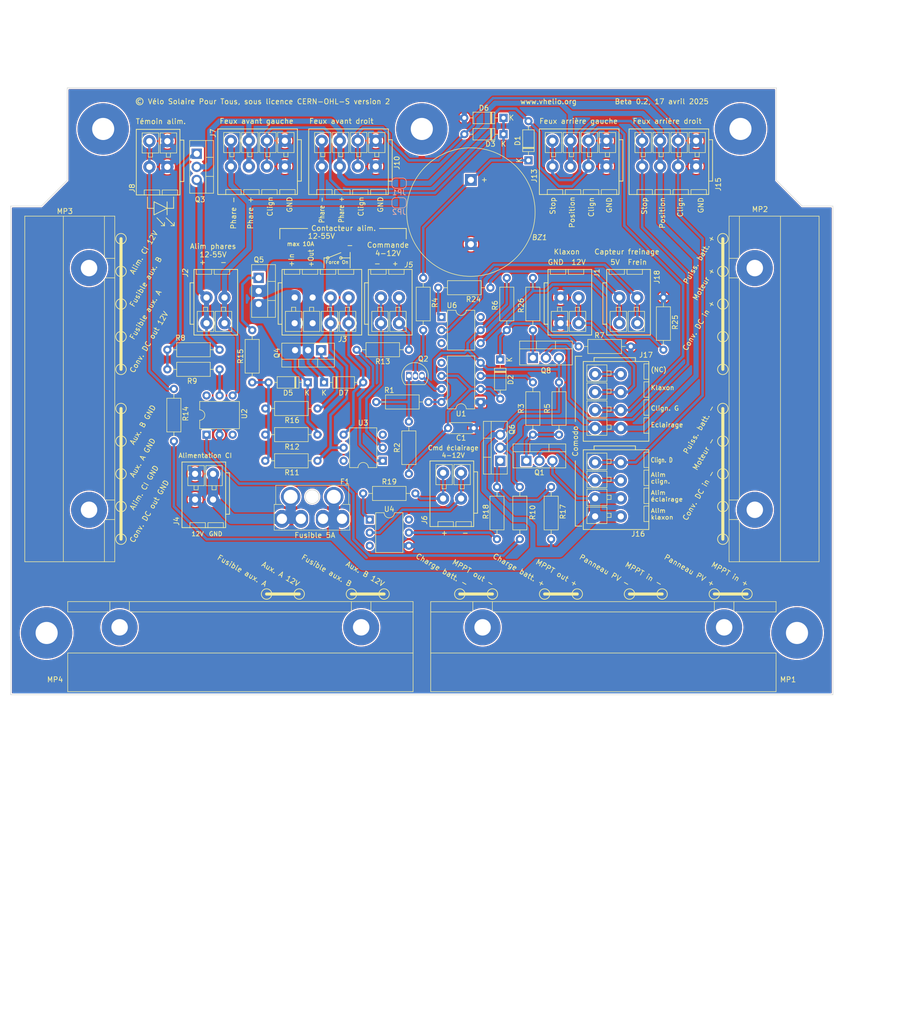
<source format=kicad_pcb>
(kicad_pcb (version 20211014) (generator pcbnew)

  (general
    (thickness 1.6)
  )

  (paper "A4")
  (layers
    (0 "F.Cu" signal)
    (31 "B.Cu" signal)
    (32 "B.Adhes" user "B.Adhesive")
    (33 "F.Adhes" user "F.Adhesive")
    (34 "B.Paste" user)
    (35 "F.Paste" user)
    (36 "B.SilkS" user "B.Silkscreen")
    (37 "F.SilkS" user "F.Silkscreen")
    (38 "B.Mask" user)
    (39 "F.Mask" user)
    (40 "Dwgs.User" user "User.Drawings")
    (41 "Cmts.User" user "User.Comments")
    (42 "Eco1.User" user "User.Eco1")
    (43 "Eco2.User" user "User.Eco2")
    (44 "Edge.Cuts" user)
    (45 "Margin" user)
    (46 "B.CrtYd" user "B.Courtyard")
    (47 "F.CrtYd" user "F.Courtyard")
    (48 "B.Fab" user)
    (49 "F.Fab" user)
    (50 "User.1" user)
    (51 "User.2" user)
    (52 "User.3" user)
    (53 "User.4" user)
    (54 "User.5" user)
    (55 "User.6" user)
    (56 "User.7" user)
    (57 "User.8" user)
    (58 "User.9" user)
  )

  (setup
    (stackup
      (layer "F.SilkS" (type "Top Silk Screen"))
      (layer "F.Paste" (type "Top Solder Paste"))
      (layer "F.Mask" (type "Top Solder Mask") (thickness 0.01))
      (layer "F.Cu" (type "copper") (thickness 0.035))
      (layer "dielectric 1" (type "core") (thickness 1.51) (material "FR4") (epsilon_r 4.5) (loss_tangent 0.02))
      (layer "B.Cu" (type "copper") (thickness 0.035))
      (layer "B.Mask" (type "Bottom Solder Mask") (thickness 0.01))
      (layer "B.Paste" (type "Bottom Solder Paste"))
      (layer "B.SilkS" (type "Bottom Silk Screen"))
      (copper_finish "None")
      (dielectric_constraints no)
    )
    (pad_to_mask_clearance 0)
    (pcbplotparams
      (layerselection 0x00010e0_ffffffff)
      (disableapertmacros false)
      (usegerberextensions false)
      (usegerberattributes true)
      (usegerberadvancedattributes true)
      (creategerberjobfile true)
      (svguseinch false)
      (svgprecision 6)
      (excludeedgelayer true)
      (plotframeref false)
      (viasonmask false)
      (mode 1)
      (useauxorigin false)
      (hpglpennumber 1)
      (hpglpenspeed 20)
      (hpglpendiameter 15.000000)
      (dxfpolygonmode true)
      (dxfimperialunits true)
      (dxfusepcbnewfont true)
      (psnegative false)
      (psa4output false)
      (plotreference true)
      (plotvalue true)
      (plotinvisibletext false)
      (sketchpadsonfab false)
      (subtractmaskfromsilk false)
      (outputformat 1)
      (mirror false)
      (drillshape 0)
      (scaleselection 1)
      (outputdirectory "")
    )
  )

  (net 0 "")
  (net 1 "GND")
  (net 2 "Net-(F1-Pad2)")
  (net 3 "Net-(D1-Pad2)")
  (net 4 "Net-(D3-Pad2)")
  (net 5 "/Phares")
  (net 6 "Net-(J1-Pad2)")
  (net 7 "/Flasher/Out")
  (net 8 "unconnected-(J17-Pad1)")
  (net 9 "/12V_5A")
  (net 10 "/Flasher/Enable")
  (net 11 "/Contacteur Phares/Input")
  (net 12 "/Contacteur Phares/GND")
  (net 13 "/Contacteur Phares/Output")
  (net 14 "Net-(D4-Pad2)")
  (net 15 "/Conv12V_In.Vbatt")
  (net 16 "/Contacteur alim./Input")
  (net 17 "/Contacteur alim./SW_On")
  (net 18 "/Contacteur alim./GND")
  (net 19 "/Contacteur alim./Cmd_GND")
  (net 20 "/Contacteur alim./Cmd_On")
  (net 21 "/Contacteur Eclairage/Cmd_On")
  (net 22 "/Contacteur Eclairage/Cmd_GND")
  (net 23 "Net-(Q4-Pad1)")
  (net 24 "Net-(Q5-Pad1)")
  (net 25 "Net-(C1-Pad1)")
  (net 26 "Net-(D2-Pad1)")
  (net 27 "Net-(D5-Pad2)")
  (net 28 "Net-(Q1-Pad1)")
  (net 29 "Net-(Q2-Pad1)")
  (net 30 "Net-(Q2-Pad2)")
  (net 31 "Net-(Q2-Pad3)")
  (net 32 "Net-(Q3-Pad1)")
  (net 33 "Net-(Q6-Pad1)")
  (net 34 "Net-(R3-Pad1)")
  (net 35 "Net-(R9-Pad2)")
  (net 36 "Net-(R10-Pad1)")
  (net 37 "Net-(R13-Pad1)")
  (net 38 "Net-(R18-Pad2)")
  (net 39 "Net-(R19-Pad1)")
  (net 40 "unconnected-(U1-Pad5)")
  (net 41 "unconnected-(U2-Pad3)")
  (net 42 "unconnected-(U2-Pad6)")
  (net 43 "unconnected-(U3-Pad3)")
  (net 44 "unconnected-(U3-Pad6)")
  (net 45 "unconnected-(U4-Pad3)")
  (net 46 "unconnected-(U4-Pad6)")
  (net 47 "/Contacteur feux stop/FeuxStop")
  (net 48 "/Contacteur feux stop/5V_Frein")
  (net 49 "/Contacteur feux stop/Signal_Frein")
  (net 50 "Net-(Q8-Pad1)")
  (net 51 "Net-(R24-Pad1)")
  (net 52 "Net-(R25-Pad1)")
  (net 53 "unconnected-(U6-Pad3)")
  (net 54 "unconnected-(U6-Pad6)")

  (footprint "circuit:Wago_221-500_SplicingConnectorHolder" (layer "F.Cu") (at 95.25 82.55 90))

  (footprint "circuit:TerminalBlock_Wago_2601-3102_1x02_P3.50mm_Vertical" (layer "F.Cu") (at 198.429997 64.77))

  (footprint "circuit:MountingHole_5mm" (layer "F.Cu") (at 87 130))

  (footprint "Resistor_THT:R_Axial_DIN0207_L6.3mm_D2.5mm_P10.16mm_Horizontal" (layer "F.Cu") (at 147.32 74.93))

  (footprint "circuit:Buzzer_25x16_12.5" (layer "F.Cu") (at 169.545 41.91 -90))

  (footprint "Package_DIP:DIP-6_W7.62mm" (layer "F.Cu") (at 163.83 68.58))

  (footprint "Diode_THT:D_DO-35_SOD27_P7.62mm_Horizontal" (layer "F.Cu") (at 140.97 81.28))

  (footprint "Resistor_THT:R_Axial_DIN0207_L6.3mm_D2.5mm_P10.16mm_Horizontal" (layer "F.Cu") (at 174.625 101.6 -90))

  (footprint "Resistor_THT:R_Axial_DIN0207_L6.3mm_D2.5mm_P10.16mm_Horizontal" (layer "F.Cu") (at 176.53 60.96 -90))

  (footprint "circuit:TO-220-3_Vertical" (layer "F.Cu") (at 140.415001 75.02 180))

  (footprint "circuit:Generic_FuseHolder_MINI" (layer "F.Cu") (at 144.475 107.805 180))

  (footprint "Resistor_THT:R_Axial_DIN0207_L6.3mm_D2.5mm_P10.16mm_Horizontal" (layer "F.Cu") (at 161.29 85.09 180))

  (footprint "Package_DIP:DIP-8_W7.62mm" (layer "F.Cu") (at 171.45 85.09 180))

  (footprint "circuit:TerminalBlock_Wago_2601-3102_1x02_P3.50mm_Vertical" (layer "F.Cu") (at 119.38 104.06 180))

  (footprint "Resistor_THT:R_Axial_DIN0207_L6.3mm_D2.5mm_P10.16mm_Horizontal" (layer "F.Cu") (at 157.48 88.9 -90))

  (footprint "Resistor_THT:R_Axial_DIN0207_L6.3mm_D2.5mm_P10.16mm_Horizontal" (layer "F.Cu") (at 163.195 62.865))

  (footprint "Resistor_THT:R_Axial_DIN0207_L6.3mm_D2.5mm_P10.16mm_Horizontal" (layer "F.Cu") (at 181.61 71.12 90))

  (footprint "Resistor_THT:R_Axial_DIN0207_L6.3mm_D2.5mm_P10.16mm_Horizontal" (layer "F.Cu") (at 179.07 111.76 90))

  (footprint "circuit:MountingHole_5mm" (layer "F.Cu") (at 98 32))

  (footprint "circuit:TerminalBlock_Wago_2601-3104_1x04_P3.50mm_Vertical" (layer "F.Cu") (at 195.920004 39.29 180))

  (footprint "circuit:TO-220-3_Vertical" (layer "F.Cu") (at 180.34 96.52))

  (footprint "Resistor_THT:R_Axial_DIN0207_L6.3mm_D2.5mm_P10.16mm_Horizontal" (layer "F.Cu") (at 110.49 78.74))

  (footprint "Diode_THT:D_DO-35_SOD27_P7.62mm_Horizontal" (layer "F.Cu") (at 137.795 81.28 180))

  (footprint "circuit:TerminalBlock_Wago_2601-3104_1x04_P3.50mm_Vertical" (layer "F.Cu") (at 213.370004 39.29 180))

  (footprint "circuit:TO-92L_Inline" (layer "F.Cu") (at 157.48 80.01))

  (footprint "circuit:MountingHole_5mm" (layer "F.Cu") (at 222 32))

  (footprint "Resistor_THT:R_Axial_DIN0207_L6.3mm_D2.5mm_P10.16mm_Horizontal" (layer "F.Cu") (at 129.54 86.36))

  (footprint "circuit:TerminalBlock_Wago_2601-3104_1x04_P3.50mm_Vertical" (layer "F.Cu") (at 133.35 39.29 180))

  (footprint "Diode_THT:D_DO-35_SOD27_P7.62mm_Horizontal" (layer "F.Cu") (at 175.895 33.02 180))

  (footprint "Resistor_THT:R_Axial_DIN0207_L6.3mm_D2.5mm_P10.16mm_Horizontal" (layer "F.Cu") (at 111.76 82.55 -90))

  (footprint "Diode_THT:D_DO-35_SOD27_P7.62mm_Horizontal" (layer "F.Cu") (at 175.26 76.835 -90))

  (footprint "Resistor_THT:R_Axial_DIN0207_L6.3mm_D2.5mm_P10.16mm_Horizontal" (layer "F.Cu") (at 181.61 81.28 -90))

  (footprint "Capacitor_THT:C_Disc_D4.3mm_W1.9mm_P5.00mm" (layer "F.Cu") (at 165.1 90.17))

  (footprint "Resistor_THT:R_Axial_DIN0207_L6.3mm_D2.5mm_P10.16mm_Horizontal" (layer "F.Cu") (at 160.274 71.12 90))

  (footprint "circuit:TerminalBlock_Wago_2601-3102_1x02_P3.50mm_Vertical" (layer "F.Cu") (at 152.055 64.77))

  (footprint "Diode_THT:D_DO-35_SOD27_P7.62mm_Horizontal" (layer "F.Cu") (at 180.75 38.1 90))

  (footprint "circuit:TerminalBlock_Wago_2601-3104_1x04_P3.50mm_Vertical" (layer "F.Cu") (at 198.7161 96.829996 -90))

  (footprint "circuit:TO-220-3_Vertical" (layer "F.Cu") (at 116.205 36.83 -90))

  (footprint "Diode_THT:D_DO-35_SOD27_P7.62mm_Horizontal" (layer "F.Cu") (at 175.895 29.845 180))

  (footprint "circuit:TerminalBlock_Wago_2601-3104_1x04_P3.50mm_Vertical" (layer "F.Cu")
    (tedit 67E5B593) (tstamp 87af2957-c7cf-4ad5-b3b0-0d3b1f7e8419)
    (at 135.255 64.77)
    (tags "Wago 2601-3104")
    (property "Sheetfile" "circuit.kicad_sch")
    (property "Sheetname" "")
    (path "/14a8bea9-2369-4417-8404-546b703c6cc5")
    (attr through_hole)
    (fp_text reference "J3" (at 8.341004 8.128 unlocked) (layer "F.SilkS")
      (effects (font (size 1 1) (thickness 0.15) italic) (justify left))
      (tstamp 75a550ee-5c56-40de-8acf-51dfdc8df774)
    )
    (fp_text value "Conn_Contacteur55V" (at 6.35 12.7 unlocked) (layer "F.Fab")
      (effects (font (size 1 1) (thickness 0.15)))
      (tstamp 0b832163-a351-433a-bb92-092f1e6d08aa)
    )
    (fp_text user "${REFERENCE}" (at -2.54 8.89 unlocked) (layer "F.Fab")
      (effects (font (size 1 1) (thickness 0.15)) (justify left))
      (tstamp 8a30490c-1e03-4c9a-b75d-5c36047969d6)
    )
    (fp_line (start 1.500004 -4.5) (end 1.500004 -5.5) (layer "F.SilkS") (width 0.12) (tstamp 042c4dc7-15da-4bf4-8443-bb77cdd2791c))
    (fp_line (start 9.900004 1.9) (end 9
... [1857082 chars truncated]
</source>
